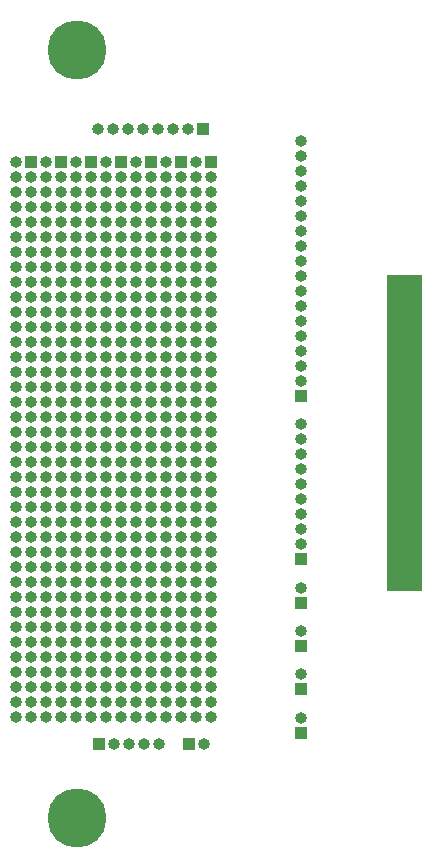
<source format=gts>
%TF.GenerationSoftware,KiCad,Pcbnew,8.0.4*%
%TF.CreationDate,2025-01-30T01:36:05+01:00*%
%TF.ProjectId,uconsole-expansion-card-template,75636f6e-736f-46c6-952d-657870616e73,0.1*%
%TF.SameCoordinates,Original*%
%TF.FileFunction,Soldermask,Top*%
%TF.FilePolarity,Negative*%
%FSLAX46Y46*%
G04 Gerber Fmt 4.6, Leading zero omitted, Abs format (unit mm)*
G04 Created by KiCad (PCBNEW 8.0.4) date 2025-01-30 01:36:05*
%MOMM*%
%LPD*%
G01*
G04 APERTURE LIST*
%ADD10C,0.100000*%
%ADD11R,1.000000X1.000000*%
%ADD12O,1.000000X1.000000*%
%ADD13C,5.000000*%
%ADD14R,2.300000X0.600000*%
G04 APERTURE END LIST*
%TO.C,U1*%
D10*
X115380400Y-86538000D02*
X118276000Y-86538000D01*
X118276000Y-113208000D01*
X115380400Y-113208000D01*
X115380400Y-86538000D01*
G36*
X115380400Y-86538000D02*
G01*
X118276000Y-86538000D01*
X118276000Y-113208000D01*
X115380400Y-113208000D01*
X115380400Y-86538000D01*
G37*
%TD*%
D11*
%TO.C,5V1*%
X90957600Y-126212800D03*
D12*
X92227600Y-126212800D03*
X93497600Y-126212800D03*
X94767600Y-126212800D03*
X96037600Y-126212800D03*
%TD*%
D13*
%TO.C,H1*%
X89128800Y-67488000D03*
%TD*%
D11*
%TO.C,SPK_L1*%
X108089200Y-125288000D03*
D12*
X108089200Y-124018000D03*
%TD*%
D11*
%TO.C,CAM1*%
X108077200Y-110566400D03*
D12*
X108077200Y-109296400D03*
X108077200Y-108026400D03*
X108077200Y-106756400D03*
X108077200Y-105486400D03*
X108077200Y-104216400D03*
X108077200Y-102946400D03*
X108077200Y-101676400D03*
X108077200Y-100406400D03*
X108077200Y-99136400D03*
%TD*%
D11*
%TO.C,GROUND1*%
X99827200Y-74207000D03*
D12*
X98557200Y-74207000D03*
X97287200Y-74207000D03*
X96017200Y-74207000D03*
X94747200Y-74207000D03*
X93477200Y-74207000D03*
X92207200Y-74207000D03*
X90937200Y-74207000D03*
%TD*%
D11*
%TO.C,9*%
X95402600Y-76977200D03*
D12*
X94132600Y-76977200D03*
X95402600Y-78247200D03*
X94132600Y-78247200D03*
X95402600Y-79517200D03*
X94132600Y-79517200D03*
X95402600Y-80787200D03*
X94132600Y-80787200D03*
X95402600Y-82057200D03*
X94132600Y-82057200D03*
X95402600Y-83327200D03*
X94132600Y-83327200D03*
X95402600Y-84597200D03*
X94132600Y-84597200D03*
X95402600Y-85867200D03*
X94132600Y-85867200D03*
X95402600Y-87137200D03*
X94132600Y-87137200D03*
X95402600Y-88407200D03*
X94132600Y-88407200D03*
X95402600Y-89677200D03*
X94132600Y-89677200D03*
X95402600Y-90947200D03*
X94132600Y-90947200D03*
X95402600Y-92217200D03*
X94132600Y-92217200D03*
X95402600Y-93487200D03*
X94132600Y-93487200D03*
X95402600Y-94757200D03*
X94132600Y-94757200D03*
X95402600Y-96027200D03*
X94132600Y-96027200D03*
X95402600Y-97297200D03*
X94132600Y-97297200D03*
X95402600Y-98567200D03*
X94132600Y-98567200D03*
X95402600Y-99837200D03*
X94132600Y-99837200D03*
X95402600Y-101107200D03*
X94132600Y-101107200D03*
X95402600Y-102377200D03*
X94132600Y-102377200D03*
X95402600Y-103647200D03*
X94132600Y-103647200D03*
X95402600Y-104917200D03*
X94132600Y-104917200D03*
X95402600Y-106187200D03*
X94132600Y-106187200D03*
X95402600Y-107457200D03*
X94132600Y-107457200D03*
X95402600Y-108727200D03*
X94132600Y-108727200D03*
X95402600Y-109997200D03*
X94132600Y-109997200D03*
X95402600Y-111267200D03*
X94132600Y-111267200D03*
X95402600Y-112537200D03*
X94132600Y-112537200D03*
X95402600Y-113807200D03*
X94132600Y-113807200D03*
X95402600Y-115077200D03*
X94132600Y-115077200D03*
X95402600Y-116347200D03*
X94132600Y-116347200D03*
X95402600Y-117617200D03*
X94132600Y-117617200D03*
X95402600Y-118887200D03*
X94132600Y-118887200D03*
X95402600Y-120157200D03*
X94132600Y-120157200D03*
X95402600Y-121427200D03*
X94132600Y-121427200D03*
X95402600Y-122697200D03*
X94132600Y-122697200D03*
X95402600Y-123967200D03*
X94132600Y-123967200D03*
%TD*%
D11*
%TO.C,13*%
X100482600Y-76962200D03*
D12*
X99212600Y-76962200D03*
X100482600Y-78232200D03*
X99212600Y-78232200D03*
X100482600Y-79502200D03*
X99212600Y-79502200D03*
X100482600Y-80772200D03*
X99212600Y-80772200D03*
X100482600Y-82042200D03*
X99212600Y-82042200D03*
X100482600Y-83312200D03*
X99212600Y-83312200D03*
X100482600Y-84582200D03*
X99212600Y-84582200D03*
X100482600Y-85852200D03*
X99212600Y-85852200D03*
X100482600Y-87122200D03*
X99212600Y-87122200D03*
X100482600Y-88392200D03*
X99212600Y-88392200D03*
X100482600Y-89662200D03*
X99212600Y-89662200D03*
X100482600Y-90932200D03*
X99212600Y-90932200D03*
X100482600Y-92202200D03*
X99212600Y-92202200D03*
X100482600Y-93472200D03*
X99212600Y-93472200D03*
X100482600Y-94742200D03*
X99212600Y-94742200D03*
X100482600Y-96012200D03*
X99212600Y-96012200D03*
X100482600Y-97282200D03*
X99212600Y-97282200D03*
X100482600Y-98552200D03*
X99212600Y-98552200D03*
X100482600Y-99822200D03*
X99212600Y-99822200D03*
X100482600Y-101092200D03*
X99212600Y-101092200D03*
X100482600Y-102362200D03*
X99212600Y-102362200D03*
X100482600Y-103632200D03*
X99212600Y-103632200D03*
X100482600Y-104902200D03*
X99212600Y-104902200D03*
X100482600Y-106172200D03*
X99212600Y-106172200D03*
X100482600Y-107442200D03*
X99212600Y-107442200D03*
X100482600Y-108712200D03*
X99212600Y-108712200D03*
X100482600Y-109982200D03*
X99212600Y-109982200D03*
X100482600Y-111252200D03*
X99212600Y-111252200D03*
X100482600Y-112522200D03*
X99212600Y-112522200D03*
X100482600Y-113792200D03*
X99212600Y-113792200D03*
X100482600Y-115062200D03*
X99212600Y-115062200D03*
X100482600Y-116332200D03*
X99212600Y-116332200D03*
X100482600Y-117602200D03*
X99212600Y-117602200D03*
X100482600Y-118872200D03*
X99212600Y-118872200D03*
X100482600Y-120142200D03*
X99212600Y-120142200D03*
X100482600Y-121412200D03*
X99212600Y-121412200D03*
X100482600Y-122682200D03*
X99212600Y-122682200D03*
X100482600Y-123952200D03*
X99212600Y-123952200D03*
%TD*%
D14*
%TO.C,U1*%
X116485000Y-111780000D03*
X116485000Y-110980000D03*
X116485000Y-110180000D03*
X116485000Y-109380000D03*
X116485000Y-108580000D03*
X116485000Y-107780000D03*
X116485000Y-106980000D03*
X116485000Y-106180000D03*
X116485000Y-102180000D03*
X116485000Y-101380000D03*
X116485000Y-100580000D03*
X116485000Y-99780000D03*
X116485000Y-98980000D03*
X116485000Y-98180000D03*
X116485000Y-97380000D03*
X116485000Y-96580000D03*
X116485000Y-95780000D03*
X116485000Y-94980000D03*
X116485000Y-94180000D03*
X116485000Y-93380000D03*
X116485000Y-92580000D03*
X116485000Y-91780000D03*
X116485000Y-90980000D03*
X116485000Y-90180000D03*
X116485000Y-89380000D03*
X116485000Y-88580000D03*
%TD*%
D11*
%TO.C,11*%
X97942600Y-76962200D03*
D12*
X96672600Y-76962200D03*
X97942600Y-78232200D03*
X96672600Y-78232200D03*
X97942600Y-79502200D03*
X96672600Y-79502200D03*
X97942600Y-80772200D03*
X96672600Y-80772200D03*
X97942600Y-82042200D03*
X96672600Y-82042200D03*
X97942600Y-83312200D03*
X96672600Y-83312200D03*
X97942600Y-84582200D03*
X96672600Y-84582200D03*
X97942600Y-85852200D03*
X96672600Y-85852200D03*
X97942600Y-87122200D03*
X96672600Y-87122200D03*
X97942600Y-88392200D03*
X96672600Y-88392200D03*
X97942600Y-89662200D03*
X96672600Y-89662200D03*
X97942600Y-90932200D03*
X96672600Y-90932200D03*
X97942600Y-92202200D03*
X96672600Y-92202200D03*
X97942600Y-93472200D03*
X96672600Y-93472200D03*
X97942600Y-94742200D03*
X96672600Y-94742200D03*
X97942600Y-96012200D03*
X96672600Y-96012200D03*
X97942600Y-97282200D03*
X96672600Y-97282200D03*
X97942600Y-98552200D03*
X96672600Y-98552200D03*
X97942600Y-99822200D03*
X96672600Y-99822200D03*
X97942600Y-101092200D03*
X96672600Y-101092200D03*
X97942600Y-102362200D03*
X96672600Y-102362200D03*
X97942600Y-103632200D03*
X96672600Y-103632200D03*
X97942600Y-104902200D03*
X96672600Y-104902200D03*
X97942600Y-106172200D03*
X96672600Y-106172200D03*
X97942600Y-107442200D03*
X96672600Y-107442200D03*
X97942600Y-108712200D03*
X96672600Y-108712200D03*
X97942600Y-109982200D03*
X96672600Y-109982200D03*
X97942600Y-111252200D03*
X96672600Y-111252200D03*
X97942600Y-112522200D03*
X96672600Y-112522200D03*
X97942600Y-113792200D03*
X96672600Y-113792200D03*
X97942600Y-115062200D03*
X96672600Y-115062200D03*
X97942600Y-116332200D03*
X96672600Y-116332200D03*
X97942600Y-117602200D03*
X96672600Y-117602200D03*
X97942600Y-118872200D03*
X96672600Y-118872200D03*
X97942600Y-120142200D03*
X96672600Y-120142200D03*
X97942600Y-121412200D03*
X96672600Y-121412200D03*
X97942600Y-122682200D03*
X96672600Y-122682200D03*
X97942600Y-123952200D03*
X96672600Y-123952200D03*
%TD*%
D11*
%TO.C,GPIO1*%
X108077200Y-96774200D03*
D12*
X108077200Y-95504200D03*
X108077200Y-94234200D03*
X108077200Y-92964200D03*
X108077200Y-91694200D03*
X108077200Y-90424200D03*
X108077200Y-89154200D03*
X108077200Y-87884200D03*
X108077200Y-86614200D03*
X108077200Y-85344200D03*
X108077200Y-84074200D03*
X108077200Y-82804200D03*
X108077200Y-81534200D03*
X108077200Y-80264200D03*
X108077200Y-78994200D03*
X108077200Y-77724200D03*
X108077200Y-76454200D03*
X108077200Y-75184200D03*
%TD*%
D11*
%TO.C,5*%
X90322600Y-76962200D03*
D12*
X89052600Y-76962200D03*
X90322600Y-78232200D03*
X89052600Y-78232200D03*
X90322600Y-79502200D03*
X89052600Y-79502200D03*
X90322600Y-80772200D03*
X89052600Y-80772200D03*
X90322600Y-82042200D03*
X89052600Y-82042200D03*
X90322600Y-83312200D03*
X89052600Y-83312200D03*
X90322600Y-84582200D03*
X89052600Y-84582200D03*
X90322600Y-85852200D03*
X89052600Y-85852200D03*
X90322600Y-87122200D03*
X89052600Y-87122200D03*
X90322600Y-88392200D03*
X89052600Y-88392200D03*
X90322600Y-89662200D03*
X89052600Y-89662200D03*
X90322600Y-90932200D03*
X89052600Y-90932200D03*
X90322600Y-92202200D03*
X89052600Y-92202200D03*
X90322600Y-93472200D03*
X89052600Y-93472200D03*
X90322600Y-94742200D03*
X89052600Y-94742200D03*
X90322600Y-96012200D03*
X89052600Y-96012200D03*
X90322600Y-97282200D03*
X89052600Y-97282200D03*
X90322600Y-98552200D03*
X89052600Y-98552200D03*
X90322600Y-99822200D03*
X89052600Y-99822200D03*
X90322600Y-101092200D03*
X89052600Y-101092200D03*
X90322600Y-102362200D03*
X89052600Y-102362200D03*
X90322600Y-103632200D03*
X89052600Y-103632200D03*
X90322600Y-104902200D03*
X89052600Y-104902200D03*
X90322600Y-106172200D03*
X89052600Y-106172200D03*
X90322600Y-107442200D03*
X89052600Y-107442200D03*
X90322600Y-108712200D03*
X89052600Y-108712200D03*
X90322600Y-109982200D03*
X89052600Y-109982200D03*
X90322600Y-111252200D03*
X89052600Y-111252200D03*
X90322600Y-112522200D03*
X89052600Y-112522200D03*
X90322600Y-113792200D03*
X89052600Y-113792200D03*
X90322600Y-115062200D03*
X89052600Y-115062200D03*
X90322600Y-116332200D03*
X89052600Y-116332200D03*
X90322600Y-117602200D03*
X89052600Y-117602200D03*
X90322600Y-118872200D03*
X89052600Y-118872200D03*
X90322600Y-120142200D03*
X89052600Y-120142200D03*
X90322600Y-121412200D03*
X89052600Y-121412200D03*
X90322600Y-122682200D03*
X89052600Y-122682200D03*
X90322600Y-123952200D03*
X89052600Y-123952200D03*
%TD*%
D11*
%TO.C,1*%
X85252600Y-76977200D03*
D12*
X83982600Y-76977200D03*
X85252600Y-78247200D03*
X83982600Y-78247200D03*
X85252600Y-79517200D03*
X83982600Y-79517200D03*
X85252600Y-80787200D03*
X83982600Y-80787200D03*
X85252600Y-82057200D03*
X83982600Y-82057200D03*
X85252600Y-83327200D03*
X83982600Y-83327200D03*
X85252600Y-84597200D03*
X83982600Y-84597200D03*
X85252600Y-85867200D03*
X83982600Y-85867200D03*
X85252600Y-87137200D03*
X83982600Y-87137200D03*
X85252600Y-88407200D03*
X83982600Y-88407200D03*
X85252600Y-89677200D03*
X83982600Y-89677200D03*
X85252600Y-90947200D03*
X83982600Y-90947200D03*
X85252600Y-92217200D03*
X83982600Y-92217200D03*
X85252600Y-93487200D03*
X83982600Y-93487200D03*
X85252600Y-94757200D03*
X83982600Y-94757200D03*
X85252600Y-96027200D03*
X83982600Y-96027200D03*
X85252600Y-97297200D03*
X83982600Y-97297200D03*
X85252600Y-98567200D03*
X83982600Y-98567200D03*
X85252600Y-99837200D03*
X83982600Y-99837200D03*
X85252600Y-101107200D03*
X83982600Y-101107200D03*
X85252600Y-102377200D03*
X83982600Y-102377200D03*
X85252600Y-103647200D03*
X83982600Y-103647200D03*
X85252600Y-104917200D03*
X83982600Y-104917200D03*
X85252600Y-106187200D03*
X83982600Y-106187200D03*
X85252600Y-107457200D03*
X83982600Y-107457200D03*
X85252600Y-108727200D03*
X83982600Y-108727200D03*
X85252600Y-109997200D03*
X83982600Y-109997200D03*
X85252600Y-111267200D03*
X83982600Y-111267200D03*
X85252600Y-112537200D03*
X83982600Y-112537200D03*
X85252600Y-113807200D03*
X83982600Y-113807200D03*
X85252600Y-115077200D03*
X83982600Y-115077200D03*
X85252600Y-116347200D03*
X83982600Y-116347200D03*
X85252600Y-117617200D03*
X83982600Y-117617200D03*
X85252600Y-118887200D03*
X83982600Y-118887200D03*
X85252600Y-120157200D03*
X83982600Y-120157200D03*
X85252600Y-121427200D03*
X83982600Y-121427200D03*
X85252600Y-122697200D03*
X83982600Y-122697200D03*
X85252600Y-123967200D03*
X83982600Y-123967200D03*
%TD*%
D11*
%TO.C,3*%
X87782600Y-76962200D03*
D12*
X86512600Y-76962200D03*
X87782600Y-78232200D03*
X86512600Y-78232200D03*
X87782600Y-79502200D03*
X86512600Y-79502200D03*
X87782600Y-80772200D03*
X86512600Y-80772200D03*
X87782600Y-82042200D03*
X86512600Y-82042200D03*
X87782600Y-83312200D03*
X86512600Y-83312200D03*
X87782600Y-84582200D03*
X86512600Y-84582200D03*
X87782600Y-85852200D03*
X86512600Y-85852200D03*
X87782600Y-87122200D03*
X86512600Y-87122200D03*
X87782600Y-88392200D03*
X86512600Y-88392200D03*
X87782600Y-89662200D03*
X86512600Y-89662200D03*
X87782600Y-90932200D03*
X86512600Y-90932200D03*
X87782600Y-92202200D03*
X86512600Y-92202200D03*
X87782600Y-93472200D03*
X86512600Y-93472200D03*
X87782600Y-94742200D03*
X86512600Y-94742200D03*
X87782600Y-96012200D03*
X86512600Y-96012200D03*
X87782600Y-97282200D03*
X86512600Y-97282200D03*
X87782600Y-98552200D03*
X86512600Y-98552200D03*
X87782600Y-99822200D03*
X86512600Y-99822200D03*
X87782600Y-101092200D03*
X86512600Y-101092200D03*
X87782600Y-102362200D03*
X86512600Y-102362200D03*
X87782600Y-103632200D03*
X86512600Y-103632200D03*
X87782600Y-104902200D03*
X86512600Y-104902200D03*
X87782600Y-106172200D03*
X86512600Y-106172200D03*
X87782600Y-107442200D03*
X86512600Y-107442200D03*
X87782600Y-108712200D03*
X86512600Y-108712200D03*
X87782600Y-109982200D03*
X86512600Y-109982200D03*
X87782600Y-111252200D03*
X86512600Y-111252200D03*
X87782600Y-112522200D03*
X86512600Y-112522200D03*
X87782600Y-113792200D03*
X86512600Y-113792200D03*
X87782600Y-115062200D03*
X86512600Y-115062200D03*
X87782600Y-116332200D03*
X86512600Y-116332200D03*
X87782600Y-117602200D03*
X86512600Y-117602200D03*
X87782600Y-118872200D03*
X86512600Y-118872200D03*
X87782600Y-120142200D03*
X86512600Y-120142200D03*
X87782600Y-121412200D03*
X86512600Y-121412200D03*
X87782600Y-122682200D03*
X86512600Y-122682200D03*
X87782600Y-123952200D03*
X86512600Y-123952200D03*
%TD*%
D11*
%TO.C,USB3*%
X108089200Y-121630400D03*
D12*
X108089200Y-120360400D03*
%TD*%
D11*
%TO.C,SPK_R1*%
X108089200Y-114289800D03*
D12*
X108089200Y-113019800D03*
%TD*%
D11*
%TO.C,7*%
X92862600Y-76977200D03*
D12*
X91592600Y-76977200D03*
X92862600Y-78247200D03*
X91592600Y-78247200D03*
X92862600Y-79517200D03*
X91592600Y-79517200D03*
X92862600Y-80787200D03*
X91592600Y-80787200D03*
X92862600Y-82057200D03*
X91592600Y-82057200D03*
X92862600Y-83327200D03*
X91592600Y-83327200D03*
X92862600Y-84597200D03*
X91592600Y-84597200D03*
X92862600Y-85867200D03*
X91592600Y-85867200D03*
X92862600Y-87137200D03*
X91592600Y-87137200D03*
X92862600Y-88407200D03*
X91592600Y-88407200D03*
X92862600Y-89677200D03*
X91592600Y-89677200D03*
X92862600Y-90947200D03*
X91592600Y-90947200D03*
X92862600Y-92217200D03*
X91592600Y-92217200D03*
X92862600Y-93487200D03*
X91592600Y-93487200D03*
X92862600Y-94757200D03*
X91592600Y-94757200D03*
X92862600Y-96027200D03*
X91592600Y-96027200D03*
X92862600Y-97297200D03*
X91592600Y-97297200D03*
X92862600Y-98567200D03*
X91592600Y-98567200D03*
X92862600Y-99837200D03*
X91592600Y-99837200D03*
X92862600Y-101107200D03*
X91592600Y-101107200D03*
X92862600Y-102377200D03*
X91592600Y-102377200D03*
X92862600Y-103647200D03*
X91592600Y-103647200D03*
X92862600Y-104917200D03*
X91592600Y-104917200D03*
X92862600Y-106187200D03*
X91592600Y-106187200D03*
X92862600Y-107457200D03*
X91592600Y-107457200D03*
X92862600Y-108727200D03*
X91592600Y-108727200D03*
X92862600Y-109997200D03*
X91592600Y-109997200D03*
X92862600Y-111267200D03*
X91592600Y-111267200D03*
X92862600Y-112537200D03*
X91592600Y-112537200D03*
X92862600Y-113807200D03*
X91592600Y-113807200D03*
X92862600Y-115077200D03*
X91592600Y-115077200D03*
X92862600Y-116347200D03*
X91592600Y-116347200D03*
X92862600Y-117617200D03*
X91592600Y-117617200D03*
X92862600Y-118887200D03*
X91592600Y-118887200D03*
X92862600Y-120157200D03*
X91592600Y-120157200D03*
X92862600Y-121427200D03*
X91592600Y-121427200D03*
X92862600Y-122697200D03*
X91592600Y-122697200D03*
X92862600Y-123967200D03*
X91592600Y-123967200D03*
%TD*%
D13*
%TO.C,H2*%
X89115000Y-132500000D03*
%TD*%
D11*
%TO.C,3V1*%
X98577600Y-126212800D03*
D12*
X99847600Y-126212800D03*
%TD*%
D11*
%TO.C,USB4*%
X108089200Y-117947400D03*
D12*
X108089200Y-116677400D03*
%TD*%
M02*

</source>
